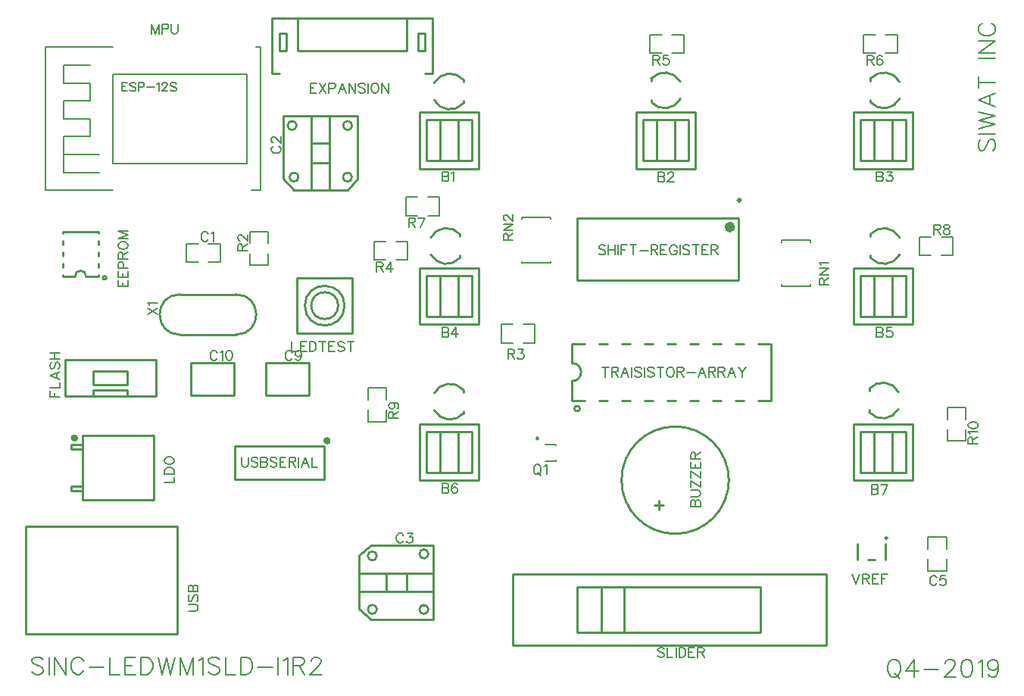
<source format=gto>
G04 Layer: TopSilkLayer*
G04 EasyEDA v6.2.46, 2019-11-10T21:10:00+07:00*
G04 036f7757b27e478886c894ae7df38c4b,e5c1abbfa1e54b71a98531a1dec44753,10*
G04 Gerber Generator version 0.2*
G04 Scale: 100 percent, Rotated: No, Reflected: No *
G04 Dimensions in millimeters *
G04 leading zeros omitted , absolute positions ,3 integer and 3 decimal *
%FSLAX33Y33*%
%MOMM*%
G90*
G71D02*

%ADD10C,0.254000*%
%ADD12C,0.599999*%
%ADD35C,0.199898*%
%ADD36C,0.200660*%
%ADD37C,0.152258*%
%ADD38C,0.200000*%
%ADD39C,0.248920*%
%ADD40C,0.299999*%
%ADD41C,0.399999*%
%ADD42C,0.203200*%
%ADD43C,0.152400*%
%ADD44C,0.177800*%

%LPD*%
G54D35*
G01X20747Y47098D02*
G01X22067Y47098D01*
G01X22067Y49168D01*
G01X20747Y49168D01*
G01X19615Y47098D02*
G01X18295Y47098D01*
G01X18295Y49168D01*
G01X19615Y49168D01*
G54D10*
G01X27151Y35876D02*
G01X32001Y35876D01*
G01X32001Y35871D02*
G01X32001Y32170D01*
G01X31998Y32171D02*
G01X27148Y32171D01*
G01X27148Y32176D02*
G01X27148Y35877D01*
G01X18769Y35876D02*
G01X23619Y35876D01*
G01X23619Y35871D02*
G01X23619Y32170D01*
G01X23616Y32171D02*
G01X18766Y32171D01*
G01X18766Y32176D02*
G01X18766Y35877D01*
G54D35*
G01X27450Y49195D02*
G01X27450Y50515D01*
G01X25380Y50515D01*
G01X25380Y49195D01*
G01X27450Y48063D02*
G01X27450Y46743D01*
G01X25380Y46743D01*
G01X25380Y48063D01*
G54D10*
G01X23850Y43485D02*
G01X17551Y43485D01*
G01X23850Y38990D02*
G01X17551Y38990D01*
G54D36*
G01X59573Y24980D02*
G01X59573Y24831D01*
G01X58447Y24831D01*
G01X58447Y26730D02*
G01X59573Y26730D01*
G01X59573Y26581D01*
G54D37*
G01X88082Y49575D02*
G01X88082Y49339D01*
G01X88082Y44655D02*
G01X88082Y44419D01*
G01X88082Y44419D02*
G01X84836Y44419D01*
G01X84836Y49575D02*
G01X84836Y49339D01*
G01X84836Y44655D02*
G01X84836Y44419D01*
G01X88082Y49575D02*
G01X84836Y49575D01*
G01X55753Y46979D02*
G01X55753Y47216D01*
G01X55753Y51899D02*
G01X55753Y52136D01*
G01X55753Y52136D02*
G01X58999Y52136D01*
G01X58999Y46979D02*
G01X58999Y47216D01*
G01X58999Y51899D02*
G01X58999Y52136D01*
G01X55753Y46979D02*
G01X58999Y46979D01*
G54D35*
G01X54817Y40150D02*
G01X53497Y40150D01*
G01X53497Y38080D01*
G01X54817Y38080D01*
G01X55949Y40150D02*
G01X57269Y40150D01*
G01X57269Y38080D01*
G01X55949Y38080D01*
G54D10*
G01X36267Y55130D02*
G01X30267Y55130D01*
G01X29117Y56438D02*
G01X29117Y63439D01*
G01X29117Y63439D02*
G01X37418Y63439D01*
G01X37418Y56438D02*
G01X37418Y63439D01*
G01X36277Y55130D02*
G01X37418Y56438D01*
G01X30267Y55130D02*
G01X29117Y56428D01*
G01X34268Y55138D02*
G01X34268Y63439D01*
G01X32266Y55138D02*
G01X32266Y63439D01*
G01X34268Y58199D02*
G01X32277Y58199D01*
G01X34258Y60429D02*
G01X32266Y60429D01*
G01X37604Y8309D02*
G01X37604Y14309D01*
G01X38912Y15459D02*
G01X45913Y15459D01*
G01X45913Y15459D02*
G01X45913Y7158D01*
G01X38912Y7158D02*
G01X45913Y7158D01*
G01X37604Y8299D02*
G01X38912Y7158D01*
G01X37604Y14309D02*
G01X38902Y15459D01*
G01X37612Y10308D02*
G01X45913Y10308D01*
G01X37612Y12310D02*
G01X45913Y12310D01*
G01X40673Y10308D02*
G01X40673Y12299D01*
G01X42903Y10318D02*
G01X42903Y12310D01*
G54D35*
G01X40593Y49421D02*
G01X39273Y49421D01*
G01X39273Y47351D01*
G01X40593Y47351D01*
G01X41725Y49421D02*
G01X43045Y49421D01*
G01X43045Y47351D01*
G01X41725Y47351D01*
G01X71454Y72535D02*
G01X70134Y72535D01*
G01X70134Y70465D01*
G01X71454Y70465D01*
G01X72586Y72535D02*
G01X73906Y72535D01*
G01X73906Y70465D01*
G01X72586Y70465D01*
G01X95330Y72535D02*
G01X94010Y72535D01*
G01X94010Y70465D01*
G01X95330Y70465D01*
G01X96462Y72535D02*
G01X97782Y72535D01*
G01X97782Y70465D01*
G01X96462Y70465D01*
G01X44149Y54374D02*
G01X42829Y54374D01*
G01X42829Y52304D01*
G01X44149Y52304D01*
G01X45281Y54374D02*
G01X46601Y54374D01*
G01X46601Y52304D01*
G01X45281Y52304D01*
G01X102662Y47860D02*
G01X103982Y47860D01*
G01X103982Y49930D01*
G01X102662Y49930D01*
G01X101530Y47860D02*
G01X100210Y47860D01*
G01X100210Y49930D01*
G01X101530Y49930D01*
G01X38589Y30560D02*
G01X38589Y29240D01*
G01X40659Y29240D01*
G01X40659Y30560D01*
G01X38589Y31692D02*
G01X38589Y33012D01*
G01X40659Y33012D01*
G01X40659Y31692D01*
G01X103359Y28401D02*
G01X103359Y27081D01*
G01X105429Y27081D01*
G01X105429Y28401D01*
G01X103359Y29533D02*
G01X103359Y30853D01*
G01X105429Y30853D01*
G01X105429Y29533D01*
G54D10*
G01X49251Y64844D02*
G01X49251Y65116D01*
G01X49251Y67217D02*
G01X49251Y67489D01*
G01X70255Y67616D02*
G01X70255Y67344D01*
G01X70255Y65243D02*
G01X70255Y64971D01*
G01X94766Y67616D02*
G01X94766Y67344D01*
G01X94766Y65243D02*
G01X94766Y64971D01*
G01X48870Y47572D02*
G01X48870Y47844D01*
G01X48870Y49945D02*
G01X48870Y50217D01*
G01X94766Y50217D02*
G01X94766Y49945D01*
G01X94766Y47844D02*
G01X94766Y47572D01*
G01X49251Y30173D02*
G01X49251Y30445D01*
G01X49251Y32546D02*
G01X49251Y32818D01*
G01X94639Y32945D02*
G01X94639Y32673D01*
G01X94639Y30572D02*
G01X94639Y30300D01*
G01X7874Y32131D02*
G01X7874Y32766D01*
G01X11684Y32766D01*
G01X11684Y32131D01*
G01X14859Y32131D01*
G01X14859Y36195D01*
G01X4699Y36195D01*
G01X4699Y32131D01*
G01X7874Y32131D01*
G01X11684Y32131D01*
G01X11684Y33401D02*
G01X11684Y34925D01*
G01X7874Y34925D01*
G01X7874Y33401D01*
G01X11684Y33401D01*
G01X48641Y62992D02*
G01X48641Y58420D01*
G01X46609Y62992D02*
G01X46609Y58420D01*
G01X45085Y62992D02*
G01X50165Y62992D01*
G01X50165Y58420D01*
G01X45085Y58420D01*
G01X45085Y62992D01*
G01X50925Y57555D02*
G01X44324Y57555D01*
G01X44324Y57555D02*
G01X44324Y63855D01*
G01X50925Y63856D02*
G01X50925Y57555D01*
G01X44324Y63856D02*
G01X50925Y63855D01*
G01X72929Y62992D02*
G01X72929Y58420D01*
G01X70897Y62992D02*
G01X70897Y58420D01*
G01X69373Y62992D02*
G01X74453Y62992D01*
G01X74453Y58420D01*
G01X69373Y58420D01*
G01X69373Y62992D01*
G01X75213Y57555D02*
G01X68613Y57555D01*
G01X68613Y57555D02*
G01X68613Y63855D01*
G01X75213Y63856D02*
G01X75213Y57555D01*
G01X68613Y63856D02*
G01X75213Y63855D01*
G01X97218Y62992D02*
G01X97218Y58420D01*
G01X95186Y62992D02*
G01X95186Y58420D01*
G01X93662Y62992D02*
G01X98742Y62992D01*
G01X98742Y58420D01*
G01X93662Y58420D01*
G01X93662Y62992D01*
G01X99502Y57555D02*
G01X92902Y57555D01*
G01X92902Y57555D02*
G01X92902Y63855D01*
G01X99502Y63856D02*
G01X99502Y57555D01*
G01X92902Y63856D02*
G01X99502Y63855D01*
G01X48641Y45561D02*
G01X48641Y40989D01*
G01X46609Y45561D02*
G01X46609Y40989D01*
G01X45085Y45561D02*
G01X50165Y45561D01*
G01X50165Y40989D01*
G01X45085Y40989D01*
G01X45085Y45561D01*
G01X50925Y40125D02*
G01X44324Y40125D01*
G01X44324Y40125D02*
G01X44324Y46425D01*
G01X50925Y46425D02*
G01X50925Y40125D01*
G01X44324Y46425D02*
G01X50925Y46425D01*
G01X97218Y28130D02*
G01X97218Y23558D01*
G01X95186Y28130D02*
G01X95186Y23558D01*
G01X93662Y28130D02*
G01X98742Y28130D01*
G01X98742Y23558D01*
G01X93662Y23558D01*
G01X93662Y28130D01*
G01X99502Y22694D02*
G01X92902Y22694D01*
G01X92902Y22694D02*
G01X92902Y28994D01*
G01X99502Y28994D02*
G01X99502Y22694D01*
G01X92902Y28994D02*
G01X99502Y28994D01*
G01X48641Y28130D02*
G01X48641Y23558D01*
G01X46609Y28130D02*
G01X46609Y23558D01*
G01X45085Y28130D02*
G01X50165Y28130D01*
G01X50165Y23558D01*
G01X45085Y23558D01*
G01X45085Y28130D01*
G01X50925Y22694D02*
G01X44324Y22694D01*
G01X44324Y22694D02*
G01X44324Y28994D01*
G01X50925Y28994D02*
G01X50925Y22694D01*
G01X44324Y28994D02*
G01X50925Y28994D01*
G01X97218Y45561D02*
G01X97218Y40989D01*
G01X95186Y45561D02*
G01X95186Y40989D01*
G01X93662Y45561D02*
G01X98742Y45561D01*
G01X98742Y40989D01*
G01X93662Y40989D01*
G01X93662Y45561D01*
G01X99502Y40125D02*
G01X92902Y40125D01*
G01X92902Y40125D02*
G01X92902Y46425D01*
G01X99502Y46425D02*
G01X99502Y40125D01*
G01X92902Y46425D02*
G01X99502Y46425D01*
G01X61417Y35796D02*
G01X61416Y37996D01*
G01X79697Y31598D02*
G01X80576Y31598D01*
G01X77157Y31598D02*
G01X78036Y31598D01*
G01X74617Y31598D02*
G01X75496Y31598D01*
G01X72077Y31598D02*
G01X72956Y31598D01*
G01X69537Y31598D02*
G01X70416Y31598D01*
G01X66997Y31598D02*
G01X67876Y31598D01*
G01X64457Y31598D02*
G01X65336Y31598D01*
G01X62516Y31598D02*
G01X62796Y31598D01*
G01X82236Y37996D02*
G01X82517Y37996D01*
G01X79696Y37996D02*
G01X80577Y37996D01*
G01X77156Y37996D02*
G01X78037Y37996D01*
G01X74616Y37996D02*
G01X75497Y37996D01*
G01X72076Y37996D02*
G01X72957Y37996D01*
G01X69536Y37996D02*
G01X70417Y37996D01*
G01X66996Y37996D02*
G01X67877Y37996D01*
G01X64456Y37996D02*
G01X65337Y37996D01*
G01X62516Y37996D02*
G01X62797Y37996D01*
G01X61417Y31598D02*
G01X61416Y33798D01*
G01X83616Y31598D02*
G01X83617Y37997D01*
G01X82237Y31598D02*
G01X82517Y31598D01*
G01X61416Y37996D02*
G01X62797Y37996D01*
G01X64456Y37996D02*
G01X65337Y37996D01*
G01X66996Y37996D02*
G01X67877Y37996D01*
G01X69536Y37996D02*
G01X70417Y37996D01*
G01X72076Y37996D02*
G01X72957Y37996D01*
G01X74616Y37996D02*
G01X75497Y37996D01*
G01X77156Y37996D02*
G01X78037Y37996D01*
G01X79696Y37996D02*
G01X80577Y37996D01*
G01X82236Y37996D02*
G01X83516Y37996D01*
G01X61417Y31598D02*
G01X62796Y31598D01*
G01X64457Y31598D02*
G01X65336Y31598D01*
G01X66997Y31598D02*
G01X67876Y31598D01*
G01X69537Y31598D02*
G01X70416Y31598D01*
G01X72077Y31598D02*
G01X72956Y31598D01*
G01X74617Y31598D02*
G01X75496Y31598D01*
G01X77157Y31598D02*
G01X78036Y31598D01*
G01X79697Y31598D02*
G01X80576Y31598D01*
G01X82237Y31598D02*
G01X83616Y31598D01*
G01X30653Y45332D02*
G01X36853Y45332D01*
G01X36853Y39132D01*
G01X30653Y39132D01*
G01X30653Y45332D01*
G01X8476Y45506D02*
G01X8476Y45650D01*
G01X8476Y46551D02*
G01X8476Y46920D01*
G01X4477Y45506D02*
G01X4477Y45650D01*
G01X4477Y46551D02*
G01X4477Y46920D01*
G01X4477Y47821D02*
G01X4477Y48190D01*
G01X4477Y49091D02*
G01X4477Y49460D01*
G01X7056Y45506D02*
G01X8476Y45506D01*
G01X8476Y47821D02*
G01X8476Y48190D01*
G01X8476Y49091D02*
G01X8476Y49460D01*
G01X8476Y50361D02*
G01X8476Y50505D01*
G01X4477Y45506D02*
G01X5877Y45506D01*
G01X4476Y50505D02*
G01X8476Y50505D01*
G01X4476Y50361D02*
G01X4476Y50505D01*
G01X80043Y46021D02*
G01X80043Y45093D01*
G01X61942Y45093D01*
G01X61942Y52021D01*
G01X80043Y52021D01*
G01X80043Y46021D01*
G01X33677Y23238D02*
G01X33677Y26492D01*
G01X23726Y26492D01*
G01X23726Y22809D01*
G01X33677Y22809D01*
G01X33677Y23238D01*
G01X14626Y27703D02*
G01X6676Y27703D01*
G01X6676Y20556D01*
G01X14626Y20556D01*
G01X14626Y27703D01*
G01X6676Y26729D02*
G01X5376Y26729D01*
G01X5376Y26230D01*
G01X6676Y26230D01*
G01X6680Y22007D02*
G01X5380Y22007D01*
G01X5380Y21507D01*
G01X6680Y21507D01*
G54D38*
G01X26563Y69088D02*
G01X26563Y57150D01*
G01X26565Y55130D02*
G01X26565Y57132D01*
G01X26563Y71122D02*
G01X26563Y69123D01*
G01X26563Y71122D02*
G01X26062Y71122D01*
G01X26565Y55130D02*
G01X25565Y55130D01*
G01X10063Y55123D02*
G01X2562Y55123D01*
G01X2562Y71122D01*
G01X10063Y71122D01*
G01X7564Y69123D02*
G01X4564Y69123D01*
G01X4564Y67122D01*
G01X7564Y67122D01*
G01X7564Y65123D01*
G01X4564Y65123D01*
G01X4564Y63124D01*
G01X7564Y63124D01*
G01X7564Y61122D01*
G01X4564Y61122D01*
G01X4564Y57122D01*
G01X8562Y57122D01*
G01X8562Y59123D02*
G01X4564Y59123D01*
G01X10063Y58122D02*
G01X10063Y68122D01*
G01X25064Y68122D01*
G01X25064Y58122D01*
G01X10063Y58122D01*
G54D10*
G01X71150Y19418D02*
G01X71150Y20434D01*
G01X70642Y19926D02*
G01X71658Y19926D01*
G54D35*
G01X103269Y15032D02*
G01X103269Y16352D01*
G01X101199Y16352D01*
G01X101199Y15032D01*
G01X103269Y13900D02*
G01X103269Y12580D01*
G01X101199Y12580D01*
G01X101199Y13900D01*
G54D10*
G01X93318Y13832D02*
G01X93318Y15631D01*
G01X95268Y13832D02*
G01X94468Y13832D01*
G01X96418Y13832D02*
G01X96418Y15631D01*
G01X17308Y17556D02*
G01X17308Y5556D01*
G01X308Y5556D01*
G01X308Y17556D01*
G01X17308Y17556D01*
G01X29465Y70739D02*
G01X28703Y70739D01*
G01X28703Y72644D01*
G01X29465Y72644D01*
G01X29465Y70739D01*
G01X44943Y70739D02*
G01X44181Y70739D01*
G01X44181Y72644D01*
G01X44943Y72644D01*
G01X44943Y70739D01*
G01X42914Y74398D02*
G01X42914Y70739D01*
G01X30735Y70739D01*
G01X30730Y74398D01*
G01X45831Y68199D02*
G01X44943Y68199D01*
G01X45831Y68199D02*
G01X45831Y74398D01*
G01X45831Y74398D02*
G01X27831Y74398D01*
G01X28703Y68199D02*
G01X27814Y68199D01*
G01X27814Y74398D01*
G01X54737Y4255D02*
G01X54737Y12255D01*
G01X54737Y4255D02*
G01X89789Y4255D01*
G01X89789Y12192D01*
G01X54737Y12192D01*
G01X82423Y5715D02*
G01X61976Y5715D01*
G01X61976Y10795D01*
G01X82423Y10795D01*
G01X82423Y5715D01*
G01X67183Y10668D02*
G01X67183Y5842D01*
G01X64643Y5842D02*
G01X64643Y10668D01*
G01X64516Y10795D01*
G54D42*
G01X2308Y2659D02*
G01X2123Y2844D01*
G01X1846Y2936D01*
G01X1478Y2936D01*
G01X1201Y2844D01*
G01X1016Y2659D01*
G01X1016Y2476D01*
G01X1107Y2291D01*
G01X1201Y2197D01*
G01X1384Y2105D01*
G01X1940Y1920D01*
G01X2123Y1828D01*
G01X2217Y1737D01*
G01X2308Y1551D01*
G01X2308Y1275D01*
G01X2123Y1089D01*
G01X1846Y998D01*
G01X1478Y998D01*
G01X1201Y1089D01*
G01X1016Y1275D01*
G01X2918Y2936D02*
G01X2918Y998D01*
G01X3528Y2936D02*
G01X3528Y998D01*
G01X3528Y2936D02*
G01X4820Y998D01*
G01X4820Y2936D02*
G01X4820Y998D01*
G01X6817Y2476D02*
G01X6723Y2659D01*
G01X6540Y2844D01*
G01X6355Y2936D01*
G01X5984Y2936D01*
G01X5801Y2844D01*
G01X5615Y2659D01*
G01X5524Y2476D01*
G01X5430Y2197D01*
G01X5430Y1737D01*
G01X5524Y1460D01*
G01X5615Y1275D01*
G01X5801Y1089D01*
G01X5984Y998D01*
G01X6355Y998D01*
G01X6540Y1089D01*
G01X6723Y1275D01*
G01X6817Y1460D01*
G01X7426Y1828D02*
G01X9088Y1828D01*
G01X9697Y2936D02*
G01X9697Y998D01*
G01X9697Y998D02*
G01X10807Y998D01*
G01X11417Y2936D02*
G01X11417Y998D01*
G01X11417Y2936D02*
G01X12616Y2936D01*
G01X11417Y2014D02*
G01X12153Y2014D01*
G01X11417Y998D02*
G01X12616Y998D01*
G01X13225Y2936D02*
G01X13225Y998D01*
G01X13225Y2936D02*
G01X13873Y2936D01*
G01X14150Y2844D01*
G01X14335Y2659D01*
G01X14427Y2476D01*
G01X14518Y2197D01*
G01X14518Y1737D01*
G01X14427Y1460D01*
G01X14335Y1275D01*
G01X14150Y1089D01*
G01X13873Y998D01*
G01X13225Y998D01*
G01X15128Y2936D02*
G01X15590Y998D01*
G01X16052Y2936D02*
G01X15590Y998D01*
G01X16052Y2936D02*
G01X16515Y998D01*
G01X16977Y2936D02*
G01X16515Y998D01*
G01X17586Y2936D02*
G01X17586Y998D01*
G01X17586Y2936D02*
G01X18326Y998D01*
G01X19062Y2936D02*
G01X18326Y998D01*
G01X19062Y2936D02*
G01X19062Y998D01*
G01X19672Y2567D02*
G01X19857Y2659D01*
G01X20134Y2936D01*
G01X20134Y998D01*
G01X22037Y2659D02*
G01X21854Y2844D01*
G01X21577Y2936D01*
G01X21206Y2936D01*
G01X20929Y2844D01*
G01X20744Y2659D01*
G01X20744Y2476D01*
G01X20838Y2291D01*
G01X20929Y2197D01*
G01X21115Y2105D01*
G01X21668Y1920D01*
G01X21854Y1828D01*
G01X21945Y1737D01*
G01X22037Y1551D01*
G01X22037Y1275D01*
G01X21854Y1089D01*
G01X21577Y998D01*
G01X21206Y998D01*
G01X20929Y1089D01*
G01X20744Y1275D01*
G01X22646Y2936D02*
G01X22646Y998D01*
G01X22646Y998D02*
G01X23756Y998D01*
G01X24366Y2936D02*
G01X24366Y998D01*
G01X24366Y2936D02*
G01X25011Y2936D01*
G01X25288Y2844D01*
G01X25473Y2659D01*
G01X25565Y2476D01*
G01X25659Y2197D01*
G01X25659Y1737D01*
G01X25565Y1460D01*
G01X25473Y1275D01*
G01X25288Y1089D01*
G01X25011Y998D01*
G01X24366Y998D01*
G01X26268Y1828D02*
G01X27929Y1828D01*
G01X28539Y2936D02*
G01X28539Y998D01*
G01X29149Y2567D02*
G01X29334Y2659D01*
G01X29611Y2936D01*
G01X29611Y998D01*
G01X30220Y2936D02*
G01X30220Y998D01*
G01X30220Y2936D02*
G01X31051Y2936D01*
G01X31330Y2844D01*
G01X31422Y2753D01*
G01X31513Y2567D01*
G01X31513Y2382D01*
G01X31422Y2197D01*
G01X31330Y2105D01*
G01X31051Y2014D01*
G01X30220Y2014D01*
G01X30868Y2014D02*
G01X31513Y998D01*
G01X32217Y2476D02*
G01X32217Y2567D01*
G01X32308Y2753D01*
G01X32400Y2844D01*
G01X32585Y2936D01*
G01X32956Y2936D01*
G01X33139Y2844D01*
G01X33233Y2753D01*
G01X33324Y2567D01*
G01X33324Y2382D01*
G01X33233Y2197D01*
G01X33047Y1920D01*
G01X32123Y998D01*
G01X33416Y998D01*
G01X97200Y2666D02*
G01X97015Y2575D01*
G01X96832Y2390D01*
G01X96738Y2207D01*
G01X96647Y1927D01*
G01X96647Y1468D01*
G01X96738Y1191D01*
G01X96832Y1005D01*
G01X97015Y820D01*
G01X97200Y728D01*
G01X97571Y728D01*
G01X97754Y820D01*
G01X97939Y1005D01*
G01X98031Y1191D01*
G01X98125Y1468D01*
G01X98125Y1927D01*
G01X98031Y2207D01*
G01X97939Y2390D01*
G01X97754Y2575D01*
G01X97571Y2666D01*
G01X97200Y2666D01*
G01X97477Y1097D02*
G01X98031Y543D01*
G01X99656Y2666D02*
G01X98734Y1374D01*
G01X100119Y1374D01*
G01X99656Y2666D02*
G01X99656Y728D01*
G01X100728Y1559D02*
G01X102392Y1559D01*
G01X103093Y2207D02*
G01X103093Y2298D01*
G01X103187Y2484D01*
G01X103278Y2575D01*
G01X103464Y2666D01*
G01X103832Y2666D01*
G01X104018Y2575D01*
G01X104109Y2484D01*
G01X104203Y2298D01*
G01X104203Y2113D01*
G01X104109Y1927D01*
G01X103924Y1650D01*
G01X103002Y728D01*
G01X104294Y728D01*
G01X105458Y2666D02*
G01X105181Y2575D01*
G01X104995Y2298D01*
G01X104904Y1836D01*
G01X104904Y1559D01*
G01X104995Y1097D01*
G01X105181Y820D01*
G01X105458Y728D01*
G01X105643Y728D01*
G01X105920Y820D01*
G01X106105Y1097D01*
G01X106197Y1559D01*
G01X106197Y1836D01*
G01X106105Y2298D01*
G01X105920Y2575D01*
G01X105643Y2666D01*
G01X105458Y2666D01*
G01X106807Y2298D02*
G01X106992Y2390D01*
G01X107269Y2666D01*
G01X107269Y728D01*
G01X109080Y2021D02*
G01X108986Y1744D01*
G01X108800Y1559D01*
G01X108524Y1468D01*
G01X108432Y1468D01*
G01X108155Y1559D01*
G01X107970Y1744D01*
G01X107878Y2021D01*
G01X107878Y2113D01*
G01X107970Y2390D01*
G01X108155Y2575D01*
G01X108432Y2666D01*
G01X108524Y2666D01*
G01X108800Y2575D01*
G01X108986Y2390D01*
G01X109080Y2021D01*
G01X109080Y1559D01*
G01X108986Y1097D01*
G01X108800Y820D01*
G01X108524Y728D01*
G01X108341Y728D01*
G01X108064Y820D01*
G01X107970Y1005D01*
G01X107083Y60799D02*
G01X106898Y60614D01*
G01X106807Y60337D01*
G01X106807Y59969D01*
G01X106898Y59692D01*
G01X107083Y59507D01*
G01X107266Y59507D01*
G01X107452Y59598D01*
G01X107546Y59692D01*
G01X107637Y59875D01*
G01X107823Y60431D01*
G01X107914Y60614D01*
G01X108005Y60708D01*
G01X108191Y60799D01*
G01X108468Y60799D01*
G01X108653Y60614D01*
G01X108745Y60337D01*
G01X108745Y59969D01*
G01X108653Y59692D01*
G01X108468Y59507D01*
G01X106807Y61409D02*
G01X108745Y61409D01*
G01X106807Y62019D02*
G01X108745Y62481D01*
G01X106807Y62943D02*
G01X108745Y62481D01*
G01X106807Y62943D02*
G01X108745Y63406D01*
G01X106807Y63865D02*
G01X108745Y63406D01*
G01X106807Y65214D02*
G01X108745Y64475D01*
G01X106807Y65214D02*
G01X108745Y65953D01*
G01X108099Y64752D02*
G01X108099Y65676D01*
G01X106807Y67210D02*
G01X108745Y67210D01*
G01X106807Y66563D02*
G01X106807Y67856D01*
G01X106807Y69888D02*
G01X108745Y69888D01*
G01X106807Y70497D02*
G01X108745Y70497D01*
G01X106807Y70497D02*
G01X108745Y71790D01*
G01X106807Y71790D02*
G01X108745Y71790D01*
G01X107266Y73787D02*
G01X107083Y73693D01*
G01X106898Y73510D01*
G01X106807Y73324D01*
G01X106807Y72956D01*
G01X106898Y72771D01*
G01X107083Y72585D01*
G01X107266Y72494D01*
G01X107546Y72400D01*
G01X108005Y72400D01*
G01X108282Y72494D01*
G01X108468Y72585D01*
G01X108653Y72771D01*
G01X108745Y72956D01*
G01X108745Y73324D01*
G01X108653Y73510D01*
G01X108468Y73693D01*
G01X108282Y73787D01*
G54D43*
G01X20718Y50254D02*
G01X20665Y50358D01*
G01X20561Y50462D01*
G01X20459Y50513D01*
G01X20251Y50513D01*
G01X20147Y50462D01*
G01X20042Y50358D01*
G01X19989Y50254D01*
G01X19938Y50096D01*
G01X19938Y49837D01*
G01X19989Y49682D01*
G01X20042Y49578D01*
G01X20147Y49474D01*
G01X20251Y49421D01*
G01X20459Y49421D01*
G01X20561Y49474D01*
G01X20665Y49578D01*
G01X20718Y49682D01*
G01X21061Y50304D02*
G01X21165Y50358D01*
G01X21320Y50513D01*
G01X21320Y49421D01*
G01X30116Y36962D02*
G01X30063Y37066D01*
G01X29959Y37170D01*
G01X29857Y37221D01*
G01X29649Y37221D01*
G01X29545Y37170D01*
G01X29441Y37066D01*
G01X29387Y36962D01*
G01X29337Y36807D01*
G01X29337Y36545D01*
G01X29387Y36390D01*
G01X29441Y36286D01*
G01X29545Y36182D01*
G01X29649Y36131D01*
G01X29857Y36131D01*
G01X29959Y36182D01*
G01X30063Y36286D01*
G01X30116Y36390D01*
G01X31135Y36857D02*
G01X31081Y36703D01*
G01X30977Y36598D01*
G01X30822Y36545D01*
G01X30772Y36545D01*
G01X30614Y36598D01*
G01X30510Y36703D01*
G01X30459Y36857D01*
G01X30459Y36911D01*
G01X30510Y37066D01*
G01X30614Y37170D01*
G01X30772Y37221D01*
G01X30822Y37221D01*
G01X30977Y37170D01*
G01X31081Y37066D01*
G01X31135Y36857D01*
G01X31135Y36598D01*
G01X31081Y36339D01*
G01X30977Y36182D01*
G01X30822Y36131D01*
G01X30718Y36131D01*
G01X30563Y36182D01*
G01X30510Y36286D01*
G01X21734Y36962D02*
G01X21681Y37066D01*
G01X21577Y37170D01*
G01X21475Y37221D01*
G01X21267Y37221D01*
G01X21163Y37170D01*
G01X21059Y37066D01*
G01X21005Y36962D01*
G01X20955Y36807D01*
G01X20955Y36545D01*
G01X21005Y36390D01*
G01X21059Y36286D01*
G01X21163Y36182D01*
G01X21267Y36131D01*
G01X21475Y36131D01*
G01X21577Y36182D01*
G01X21681Y36286D01*
G01X21734Y36390D01*
G01X22077Y37012D02*
G01X22181Y37066D01*
G01X22336Y37221D01*
G01X22336Y36131D01*
G01X22992Y37221D02*
G01X22834Y37170D01*
G01X22733Y37012D01*
G01X22679Y36753D01*
G01X22679Y36598D01*
G01X22733Y36339D01*
G01X22834Y36182D01*
G01X22992Y36131D01*
G01X23096Y36131D01*
G01X23251Y36182D01*
G01X23355Y36339D01*
G01X23406Y36598D01*
G01X23406Y36753D01*
G01X23355Y37012D01*
G01X23251Y37170D01*
G01X23096Y37221D01*
G01X22992Y37221D01*
G01X24035Y48386D02*
G01X25127Y48386D01*
G01X24035Y48386D02*
G01X24035Y48854D01*
G01X24086Y49009D01*
G01X24139Y49062D01*
G01X24244Y49113D01*
G01X24348Y49113D01*
G01X24452Y49062D01*
G01X24503Y49009D01*
G01X24556Y48854D01*
G01X24556Y48386D01*
G01X24556Y48749D02*
G01X25127Y49113D01*
G01X24294Y49509D02*
G01X24244Y49509D01*
G01X24139Y49560D01*
G01X24086Y49613D01*
G01X24035Y49717D01*
G01X24035Y49923D01*
G01X24086Y50027D01*
G01X24139Y50080D01*
G01X24244Y50131D01*
G01X24348Y50131D01*
G01X24452Y50080D01*
G01X24607Y49976D01*
G01X25127Y49456D01*
G01X25127Y50185D01*
G01X13959Y41237D02*
G01X15049Y41964D01*
G01X13959Y41964D02*
G01X15049Y41237D01*
G01X14165Y42307D02*
G01X14114Y42411D01*
G01X13959Y42568D01*
G01X15049Y42568D01*
G01X57424Y24455D02*
G01X57320Y24401D01*
G01X57216Y24300D01*
G01X57162Y24196D01*
G01X57111Y24038D01*
G01X57111Y23779D01*
G01X57162Y23624D01*
G01X57216Y23520D01*
G01X57320Y23416D01*
G01X57424Y23362D01*
G01X57632Y23362D01*
G01X57734Y23416D01*
G01X57838Y23520D01*
G01X57891Y23624D01*
G01X57942Y23779D01*
G01X57942Y24038D01*
G01X57891Y24196D01*
G01X57838Y24300D01*
G01X57734Y24401D01*
G01X57632Y24455D01*
G01X57424Y24455D01*
G01X57579Y23571D02*
G01X57891Y23258D01*
G01X58285Y24246D02*
G01X58389Y24300D01*
G01X58547Y24455D01*
G01X58547Y23362D01*
G01X89024Y44597D02*
G01X90114Y44597D01*
G01X89024Y44597D02*
G01X89024Y45064D01*
G01X89075Y45219D01*
G01X89128Y45272D01*
G01X89232Y45323D01*
G01X89336Y45323D01*
G01X89441Y45272D01*
G01X89491Y45219D01*
G01X89542Y45064D01*
G01X89542Y44597D01*
G01X89542Y44960D02*
G01X90114Y45323D01*
G01X89024Y45666D02*
G01X90114Y45666D01*
G01X89024Y45666D02*
G01X90114Y46395D01*
G01X89024Y46395D02*
G01X90114Y46395D01*
G01X89232Y46738D02*
G01X89179Y46842D01*
G01X89024Y46997D01*
G01X90114Y46997D01*
G01X53721Y49557D02*
G01X54810Y49557D01*
G01X53721Y49557D02*
G01X53721Y50025D01*
G01X53771Y50180D01*
G01X53825Y50233D01*
G01X53929Y50284D01*
G01X54033Y50284D01*
G01X54137Y50233D01*
G01X54188Y50180D01*
G01X54239Y50025D01*
G01X54239Y49557D01*
G01X54239Y49921D02*
G01X54810Y50284D01*
G01X53721Y50627D02*
G01X54810Y50627D01*
G01X53721Y50627D02*
G01X54810Y51356D01*
G01X53721Y51356D02*
G01X54810Y51356D01*
G01X53980Y51749D02*
G01X53929Y51749D01*
G01X53825Y51803D01*
G01X53771Y51854D01*
G01X53721Y51958D01*
G01X53721Y52166D01*
G01X53771Y52270D01*
G01X53825Y52321D01*
G01X53929Y52374D01*
G01X54033Y52374D01*
G01X54137Y52321D01*
G01X54292Y52217D01*
G01X54810Y51699D01*
G01X54810Y52425D01*
G01X54229Y37337D02*
G01X54229Y36245D01*
G01X54229Y37337D02*
G01X54696Y37337D01*
G01X54851Y37287D01*
G01X54904Y37233D01*
G01X54955Y37129D01*
G01X54955Y37025D01*
G01X54904Y36921D01*
G01X54851Y36870D01*
G01X54696Y36817D01*
G01X54229Y36817D01*
G01X54592Y36817D02*
G01X54955Y36245D01*
G01X55402Y37337D02*
G01X55973Y37337D01*
G01X55664Y36921D01*
G01X55819Y36921D01*
G01X55923Y36870D01*
G01X55973Y36817D01*
G01X56027Y36662D01*
G01X56027Y36558D01*
G01X55973Y36403D01*
G01X55869Y36299D01*
G01X55714Y36245D01*
G01X55559Y36245D01*
G01X55402Y36299D01*
G01X55351Y36349D01*
G01X55298Y36454D01*
G01X28032Y60065D02*
G01X27928Y60012D01*
G01X27824Y59908D01*
G01X27773Y59806D01*
G01X27773Y59598D01*
G01X27824Y59494D01*
G01X27928Y59390D01*
G01X28032Y59336D01*
G01X28187Y59286D01*
G01X28446Y59286D01*
G01X28604Y59336D01*
G01X28708Y59390D01*
G01X28812Y59494D01*
G01X28863Y59598D01*
G01X28863Y59806D01*
G01X28812Y59908D01*
G01X28708Y60012D01*
G01X28604Y60065D01*
G01X28032Y60459D02*
G01X27979Y60459D01*
G01X27875Y60512D01*
G01X27824Y60563D01*
G01X27773Y60667D01*
G01X27773Y60876D01*
G01X27824Y60980D01*
G01X27875Y61031D01*
G01X27979Y61084D01*
G01X28083Y61084D01*
G01X28187Y61031D01*
G01X28345Y60926D01*
G01X28863Y60408D01*
G01X28863Y61135D01*
G01X42539Y16544D02*
G01X42486Y16648D01*
G01X42382Y16752D01*
G01X42280Y16803D01*
G01X42072Y16803D01*
G01X41968Y16752D01*
G01X41864Y16648D01*
G01X41810Y16544D01*
G01X41760Y16389D01*
G01X41760Y16130D01*
G01X41810Y15972D01*
G01X41864Y15868D01*
G01X41968Y15764D01*
G01X42072Y15713D01*
G01X42280Y15713D01*
G01X42382Y15764D01*
G01X42486Y15868D01*
G01X42539Y15972D01*
G01X42986Y16803D02*
G01X43558Y16803D01*
G01X43246Y16389D01*
G01X43400Y16389D01*
G01X43505Y16336D01*
G01X43558Y16285D01*
G01X43609Y16130D01*
G01X43609Y16026D01*
G01X43558Y15868D01*
G01X43454Y15764D01*
G01X43296Y15713D01*
G01X43141Y15713D01*
G01X42986Y15764D01*
G01X42933Y15817D01*
G01X42882Y15921D01*
G01X39553Y47098D02*
G01X39553Y46006D01*
G01X39553Y47098D02*
G01X40020Y47098D01*
G01X40175Y47048D01*
G01X40228Y46994D01*
G01X40279Y46890D01*
G01X40279Y46786D01*
G01X40228Y46682D01*
G01X40175Y46631D01*
G01X40020Y46578D01*
G01X39553Y46578D01*
G01X39916Y46578D02*
G01X40279Y46006D01*
G01X41143Y47098D02*
G01X40622Y46372D01*
G01X41402Y46372D01*
G01X41143Y47098D02*
G01X41143Y46006D01*
G01X70464Y70212D02*
G01X70464Y69120D01*
G01X70464Y70212D02*
G01X70932Y70212D01*
G01X71087Y70162D01*
G01X71140Y70108D01*
G01X71191Y70004D01*
G01X71191Y69900D01*
G01X71140Y69796D01*
G01X71087Y69745D01*
G01X70932Y69692D01*
G01X70464Y69692D01*
G01X70828Y69692D02*
G01X71191Y69120D01*
G01X72159Y70212D02*
G01X71638Y70212D01*
G01X71587Y69745D01*
G01X71638Y69796D01*
G01X71795Y69849D01*
G01X71950Y69849D01*
G01X72105Y69796D01*
G01X72209Y69692D01*
G01X72263Y69537D01*
G01X72263Y69433D01*
G01X72209Y69278D01*
G01X72105Y69174D01*
G01X71950Y69120D01*
G01X71795Y69120D01*
G01X71638Y69174D01*
G01X71587Y69224D01*
G01X71534Y69329D01*
G01X94394Y70212D02*
G01X94394Y69120D01*
G01X94394Y70212D02*
G01X94861Y70212D01*
G01X95016Y70162D01*
G01X95069Y70108D01*
G01X95120Y70004D01*
G01X95120Y69900D01*
G01X95069Y69796D01*
G01X95016Y69745D01*
G01X94861Y69692D01*
G01X94394Y69692D01*
G01X94757Y69692D02*
G01X95120Y69120D01*
G01X96088Y70058D02*
G01X96035Y70162D01*
G01X95880Y70212D01*
G01X95775Y70212D01*
G01X95621Y70162D01*
G01X95516Y70004D01*
G01X95463Y69745D01*
G01X95463Y69486D01*
G01X95516Y69278D01*
G01X95621Y69174D01*
G01X95775Y69120D01*
G01X95829Y69120D01*
G01X95984Y69174D01*
G01X96088Y69278D01*
G01X96139Y69433D01*
G01X96139Y69486D01*
G01X96088Y69641D01*
G01X95984Y69745D01*
G01X95829Y69796D01*
G01X95775Y69796D01*
G01X95621Y69745D01*
G01X95516Y69641D01*
G01X95463Y69486D01*
G01X43159Y52051D02*
G01X43159Y50959D01*
G01X43159Y52051D02*
G01X43627Y52051D01*
G01X43782Y52001D01*
G01X43835Y51947D01*
G01X43886Y51843D01*
G01X43886Y51739D01*
G01X43835Y51635D01*
G01X43782Y51584D01*
G01X43627Y51531D01*
G01X43159Y51531D01*
G01X43523Y51531D02*
G01X43886Y50959D01*
G01X44958Y52051D02*
G01X44437Y50959D01*
G01X44229Y52051D02*
G01X44958Y52051D01*
G01X101853Y51275D02*
G01X101853Y50183D01*
G01X101853Y51275D02*
G01X102321Y51275D01*
G01X102476Y51224D01*
G01X102529Y51171D01*
G01X102580Y51066D01*
G01X102580Y50962D01*
G01X102529Y50858D01*
G01X102476Y50807D01*
G01X102321Y50754D01*
G01X101853Y50754D01*
G01X102216Y50754D02*
G01X102580Y50183D01*
G01X103184Y51275D02*
G01X103027Y51224D01*
G01X102976Y51120D01*
G01X102976Y51016D01*
G01X103027Y50912D01*
G01X103131Y50858D01*
G01X103339Y50807D01*
G01X103494Y50754D01*
G01X103598Y50652D01*
G01X103652Y50548D01*
G01X103652Y50391D01*
G01X103598Y50287D01*
G01X103547Y50236D01*
G01X103390Y50183D01*
G01X103184Y50183D01*
G01X103027Y50236D01*
G01X102976Y50287D01*
G01X102923Y50391D01*
G01X102923Y50548D01*
G01X102976Y50652D01*
G01X103080Y50754D01*
G01X103235Y50807D01*
G01X103443Y50858D01*
G01X103547Y50912D01*
G01X103598Y51016D01*
G01X103598Y51120D01*
G01X103547Y51224D01*
G01X103390Y51275D01*
G01X103184Y51275D01*
G01X40912Y29624D02*
G01X42004Y29624D01*
G01X40912Y29624D02*
G01X40912Y30091D01*
G01X40962Y30246D01*
G01X41016Y30299D01*
G01X41120Y30350D01*
G01X41224Y30350D01*
G01X41328Y30299D01*
G01X41379Y30246D01*
G01X41432Y30091D01*
G01X41432Y29624D01*
G01X41432Y29987D02*
G01X42004Y30350D01*
G01X41275Y31369D02*
G01X41432Y31318D01*
G01X41534Y31214D01*
G01X41587Y31059D01*
G01X41587Y31005D01*
G01X41534Y30851D01*
G01X41432Y30746D01*
G01X41275Y30693D01*
G01X41224Y30693D01*
G01X41066Y30746D01*
G01X40962Y30851D01*
G01X40912Y31005D01*
G01X40912Y31059D01*
G01X40962Y31214D01*
G01X41066Y31318D01*
G01X41275Y31369D01*
G01X41534Y31369D01*
G01X41795Y31318D01*
G01X41950Y31214D01*
G01X42004Y31059D01*
G01X42004Y30955D01*
G01X41950Y30797D01*
G01X41846Y30746D01*
G01X105682Y26809D02*
G01X106774Y26809D01*
G01X105682Y26809D02*
G01X105682Y27277D01*
G01X105732Y27432D01*
G01X105786Y27485D01*
G01X105890Y27536D01*
G01X105994Y27536D01*
G01X106098Y27485D01*
G01X106149Y27432D01*
G01X106202Y27277D01*
G01X106202Y26809D01*
G01X106202Y27173D02*
G01X106774Y27536D01*
G01X105890Y27879D02*
G01X105836Y27983D01*
G01X105682Y28140D01*
G01X106774Y28140D01*
G01X105682Y28793D02*
G01X105732Y28638D01*
G01X105890Y28534D01*
G01X106149Y28483D01*
G01X106304Y28483D01*
G01X106565Y28534D01*
G01X106720Y28638D01*
G01X106774Y28793D01*
G01X106774Y28897D01*
G01X106720Y29055D01*
G01X106565Y29159D01*
G01X106304Y29210D01*
G01X106149Y29210D01*
G01X105890Y29159D01*
G01X105732Y29055D01*
G01X105682Y28897D01*
G01X105682Y28793D01*
G01X3048Y32001D02*
G01X4137Y32001D01*
G01X3048Y32001D02*
G01X3048Y32677D01*
G01X3566Y32001D02*
G01X3566Y32418D01*
G01X3048Y33020D02*
G01X4137Y33020D01*
G01X4137Y33020D02*
G01X4137Y33642D01*
G01X3048Y34401D02*
G01X4137Y33985D01*
G01X3048Y34401D02*
G01X4137Y34818D01*
G01X3774Y34142D02*
G01X3774Y34660D01*
G01X3202Y35887D02*
G01X3098Y35783D01*
G01X3048Y35628D01*
G01X3048Y35420D01*
G01X3098Y35265D01*
G01X3202Y35161D01*
G01X3307Y35161D01*
G01X3411Y35212D01*
G01X3462Y35265D01*
G01X3515Y35366D01*
G01X3619Y35679D01*
G01X3670Y35783D01*
G01X3721Y35836D01*
G01X3825Y35887D01*
G01X3982Y35887D01*
G01X4086Y35783D01*
G01X4137Y35628D01*
G01X4137Y35420D01*
G01X4086Y35265D01*
G01X3982Y35161D01*
G01X3048Y36230D02*
G01X4137Y36230D01*
G01X3048Y36957D02*
G01X4137Y36957D01*
G01X3566Y36230D02*
G01X3566Y36957D01*
G01X46863Y57213D02*
G01X46863Y56121D01*
G01X46863Y57213D02*
G01X47330Y57213D01*
G01X47485Y57160D01*
G01X47538Y57109D01*
G01X47589Y57005D01*
G01X47589Y56901D01*
G01X47538Y56796D01*
G01X47485Y56746D01*
G01X47330Y56692D01*
G01X46863Y56692D02*
G01X47330Y56692D01*
G01X47485Y56642D01*
G01X47538Y56588D01*
G01X47589Y56484D01*
G01X47589Y56329D01*
G01X47538Y56225D01*
G01X47485Y56174D01*
G01X47330Y56121D01*
G01X46863Y56121D01*
G01X47932Y57005D02*
G01X48036Y57056D01*
G01X48193Y57213D01*
G01X48193Y56121D01*
G01X70993Y57150D02*
G01X70993Y56057D01*
G01X70993Y57150D02*
G01X71460Y57150D01*
G01X71615Y57096D01*
G01X71668Y57045D01*
G01X71719Y56941D01*
G01X71719Y56837D01*
G01X71668Y56733D01*
G01X71615Y56682D01*
G01X71460Y56629D01*
G01X70993Y56629D02*
G01X71460Y56629D01*
G01X71615Y56578D01*
G01X71668Y56525D01*
G01X71719Y56421D01*
G01X71719Y56266D01*
G01X71668Y56161D01*
G01X71615Y56111D01*
G01X71460Y56057D01*
G01X70993Y56057D01*
G01X72115Y56888D02*
G01X72115Y56941D01*
G01X72166Y57045D01*
G01X72219Y57096D01*
G01X72323Y57150D01*
G01X72529Y57150D01*
G01X72633Y57096D01*
G01X72687Y57045D01*
G01X72737Y56941D01*
G01X72737Y56837D01*
G01X72687Y56733D01*
G01X72583Y56578D01*
G01X72062Y56057D01*
G01X72791Y56057D01*
G01X95440Y57213D02*
G01X95440Y56121D01*
G01X95440Y57213D02*
G01X95907Y57213D01*
G01X96062Y57160D01*
G01X96116Y57109D01*
G01X96166Y57005D01*
G01X96166Y56901D01*
G01X96116Y56796D01*
G01X96062Y56746D01*
G01X95907Y56692D01*
G01X95440Y56692D02*
G01X95907Y56692D01*
G01X96062Y56642D01*
G01X96116Y56588D01*
G01X96166Y56484D01*
G01X96166Y56329D01*
G01X96116Y56225D01*
G01X96062Y56174D01*
G01X95907Y56121D01*
G01X95440Y56121D01*
G01X96613Y57213D02*
G01X97185Y57213D01*
G01X96875Y56796D01*
G01X97030Y56796D01*
G01X97134Y56746D01*
G01X97185Y56692D01*
G01X97238Y56537D01*
G01X97238Y56433D01*
G01X97185Y56276D01*
G01X97081Y56174D01*
G01X96926Y56121D01*
G01X96771Y56121D01*
G01X96613Y56174D01*
G01X96563Y56225D01*
G01X96509Y56329D01*
G01X46863Y39782D02*
G01X46863Y38690D01*
G01X46863Y39782D02*
G01X47330Y39782D01*
G01X47485Y39729D01*
G01X47538Y39678D01*
G01X47589Y39574D01*
G01X47589Y39470D01*
G01X47538Y39366D01*
G01X47485Y39315D01*
G01X47330Y39262D01*
G01X46863Y39262D02*
G01X47330Y39262D01*
G01X47485Y39211D01*
G01X47538Y39157D01*
G01X47589Y39053D01*
G01X47589Y38898D01*
G01X47538Y38794D01*
G01X47485Y38743D01*
G01X47330Y38690D01*
G01X46863Y38690D01*
G01X48453Y39782D02*
G01X47932Y39053D01*
G01X48712Y39053D01*
G01X48453Y39782D02*
G01X48453Y38690D01*
G01X94869Y22225D02*
G01X94869Y21132D01*
G01X94869Y22225D02*
G01X95336Y22225D01*
G01X95491Y22171D01*
G01X95544Y22120D01*
G01X95595Y22016D01*
G01X95595Y21912D01*
G01X95544Y21808D01*
G01X95491Y21757D01*
G01X95336Y21704D01*
G01X94869Y21704D02*
G01X95336Y21704D01*
G01X95491Y21653D01*
G01X95544Y21600D01*
G01X95595Y21496D01*
G01X95595Y21341D01*
G01X95544Y21236D01*
G01X95491Y21186D01*
G01X95336Y21132D01*
G01X94869Y21132D01*
G01X96667Y22225D02*
G01X96146Y21132D01*
G01X95938Y22225D02*
G01X96667Y22225D01*
G01X46863Y22352D02*
G01X46863Y21259D01*
G01X46863Y22352D02*
G01X47330Y22352D01*
G01X47485Y22298D01*
G01X47538Y22247D01*
G01X47589Y22143D01*
G01X47589Y22039D01*
G01X47538Y21935D01*
G01X47485Y21884D01*
G01X47330Y21831D01*
G01X46863Y21831D02*
G01X47330Y21831D01*
G01X47485Y21780D01*
G01X47538Y21727D01*
G01X47589Y21623D01*
G01X47589Y21468D01*
G01X47538Y21363D01*
G01X47485Y21313D01*
G01X47330Y21259D01*
G01X46863Y21259D01*
G01X48557Y22194D02*
G01X48503Y22298D01*
G01X48348Y22352D01*
G01X48244Y22352D01*
G01X48089Y22298D01*
G01X47985Y22143D01*
G01X47932Y21884D01*
G01X47932Y21623D01*
G01X47985Y21414D01*
G01X48089Y21313D01*
G01X48244Y21259D01*
G01X48298Y21259D01*
G01X48453Y21313D01*
G01X48557Y21414D01*
G01X48607Y21572D01*
G01X48607Y21623D01*
G01X48557Y21780D01*
G01X48453Y21884D01*
G01X48298Y21935D01*
G01X48244Y21935D01*
G01X48089Y21884D01*
G01X47985Y21780D01*
G01X47932Y21623D01*
G01X95440Y39782D02*
G01X95440Y38690D01*
G01X95440Y39782D02*
G01X95907Y39782D01*
G01X96062Y39729D01*
G01X96116Y39678D01*
G01X96166Y39574D01*
G01X96166Y39470D01*
G01X96116Y39366D01*
G01X96062Y39315D01*
G01X95907Y39262D01*
G01X95440Y39262D02*
G01X95907Y39262D01*
G01X96062Y39211D01*
G01X96116Y39157D01*
G01X96166Y39053D01*
G01X96166Y38898D01*
G01X96116Y38794D01*
G01X96062Y38743D01*
G01X95907Y38690D01*
G01X95440Y38690D01*
G01X97134Y39782D02*
G01X96613Y39782D01*
G01X96563Y39315D01*
G01X96613Y39366D01*
G01X96771Y39416D01*
G01X96926Y39416D01*
G01X97081Y39366D01*
G01X97185Y39262D01*
G01X97238Y39107D01*
G01X97238Y39002D01*
G01X97185Y38845D01*
G01X97081Y38743D01*
G01X96926Y38690D01*
G01X96771Y38690D01*
G01X96613Y38743D01*
G01X96563Y38794D01*
G01X96509Y38898D01*
G01X65133Y35344D02*
G01X65133Y34254D01*
G01X64770Y35344D02*
G01X65496Y35344D01*
G01X65839Y35344D02*
G01X65839Y34254D01*
G01X65839Y35344D02*
G01X66306Y35344D01*
G01X66464Y35293D01*
G01X66514Y35240D01*
G01X66568Y35138D01*
G01X66568Y35034D01*
G01X66514Y34930D01*
G01X66464Y34876D01*
G01X66306Y34826D01*
G01X65839Y34826D01*
G01X66205Y34826D02*
G01X66568Y34254D01*
G01X67325Y35344D02*
G01X66911Y34254D01*
G01X67325Y35344D02*
G01X67741Y34254D01*
G01X67066Y34617D02*
G01X67586Y34617D01*
G01X68084Y35344D02*
G01X68084Y34254D01*
G01X69154Y35189D02*
G01X69049Y35293D01*
G01X68894Y35344D01*
G01X68686Y35344D01*
G01X68531Y35293D01*
G01X68427Y35189D01*
G01X68427Y35085D01*
G01X68478Y34981D01*
G01X68531Y34930D01*
G01X68635Y34876D01*
G01X68948Y34772D01*
G01X69049Y34722D01*
G01X69103Y34668D01*
G01X69154Y34567D01*
G01X69154Y34409D01*
G01X69049Y34305D01*
G01X68894Y34254D01*
G01X68686Y34254D01*
G01X68531Y34305D01*
G01X68427Y34409D01*
G01X69496Y35344D02*
G01X69496Y34254D01*
G01X70568Y35189D02*
G01X70464Y35293D01*
G01X70307Y35344D01*
G01X70101Y35344D01*
G01X69943Y35293D01*
G01X69839Y35189D01*
G01X69839Y35085D01*
G01X69893Y34981D01*
G01X69943Y34930D01*
G01X70048Y34876D01*
G01X70360Y34772D01*
G01X70464Y34722D01*
G01X70515Y34668D01*
G01X70568Y34567D01*
G01X70568Y34409D01*
G01X70464Y34305D01*
G01X70307Y34254D01*
G01X70101Y34254D01*
G01X69943Y34305D01*
G01X69839Y34409D01*
G01X71274Y35344D02*
G01X71274Y34254D01*
G01X70911Y35344D02*
G01X71638Y35344D01*
G01X72293Y35344D02*
G01X72189Y35293D01*
G01X72085Y35189D01*
G01X72034Y35085D01*
G01X71981Y34930D01*
G01X71981Y34668D01*
G01X72034Y34513D01*
G01X72085Y34409D01*
G01X72189Y34305D01*
G01X72293Y34254D01*
G01X72501Y34254D01*
G01X72605Y34305D01*
G01X72707Y34409D01*
G01X72760Y34513D01*
G01X72811Y34668D01*
G01X72811Y34930D01*
G01X72760Y35085D01*
G01X72707Y35189D01*
G01X72605Y35293D01*
G01X72501Y35344D01*
G01X72293Y35344D01*
G01X73154Y35344D02*
G01X73154Y34254D01*
G01X73154Y35344D02*
G01X73621Y35344D01*
G01X73779Y35293D01*
G01X73830Y35240D01*
G01X73883Y35138D01*
G01X73883Y35034D01*
G01X73830Y34930D01*
G01X73779Y34876D01*
G01X73621Y34826D01*
G01X73154Y34826D01*
G01X73520Y34826D02*
G01X73883Y34254D01*
G01X74226Y34722D02*
G01X75161Y34722D01*
G01X75920Y35344D02*
G01X75504Y34254D01*
G01X75920Y35344D02*
G01X76334Y34254D01*
G01X75658Y34617D02*
G01X76179Y34617D01*
G01X76677Y35344D02*
G01X76677Y34254D01*
G01X76677Y35344D02*
G01X77144Y35344D01*
G01X77302Y35293D01*
G01X77353Y35240D01*
G01X77406Y35138D01*
G01X77406Y35034D01*
G01X77353Y34930D01*
G01X77302Y34876D01*
G01X77144Y34826D01*
G01X76677Y34826D01*
G01X77040Y34826D02*
G01X77406Y34254D01*
G01X77749Y35344D02*
G01X77749Y34254D01*
G01X77749Y35344D02*
G01X78216Y35344D01*
G01X78371Y35293D01*
G01X78422Y35240D01*
G01X78475Y35138D01*
G01X78475Y35034D01*
G01X78422Y34930D01*
G01X78371Y34876D01*
G01X78216Y34826D01*
G01X77749Y34826D01*
G01X78112Y34826D02*
G01X78475Y34254D01*
G01X79235Y35344D02*
G01X78818Y34254D01*
G01X79235Y35344D02*
G01X79649Y34254D01*
G01X78973Y34617D02*
G01X79494Y34617D01*
G01X79992Y35344D02*
G01X80408Y34826D01*
G01X80408Y34254D01*
G01X80822Y35344D02*
G01X80408Y34826D01*
G01X30070Y38207D02*
G01X30070Y37115D01*
G01X30070Y37115D02*
G01X30692Y37115D01*
G01X31035Y38207D02*
G01X31035Y37115D01*
G01X31035Y38207D02*
G01X31710Y38207D01*
G01X31035Y37686D02*
G01X31451Y37686D01*
G01X31035Y37115D02*
G01X31710Y37115D01*
G01X32053Y38207D02*
G01X32053Y37115D01*
G01X32053Y38207D02*
G01X32419Y38207D01*
G01X32574Y38154D01*
G01X32678Y38052D01*
G01X32729Y37948D01*
G01X32782Y37791D01*
G01X32782Y37531D01*
G01X32729Y37376D01*
G01X32678Y37272D01*
G01X32574Y37168D01*
G01X32419Y37115D01*
G01X32053Y37115D01*
G01X33488Y38207D02*
G01X33488Y37115D01*
G01X33125Y38207D02*
G01X33852Y38207D01*
G01X34195Y38207D02*
G01X34195Y37115D01*
G01X34195Y38207D02*
G01X34870Y38207D01*
G01X34195Y37686D02*
G01X34611Y37686D01*
G01X34195Y37115D02*
G01X34870Y37115D01*
G01X35939Y38052D02*
G01X35835Y38154D01*
G01X35680Y38207D01*
G01X35472Y38207D01*
G01X35317Y38154D01*
G01X35213Y38052D01*
G01X35213Y37948D01*
G01X35264Y37844D01*
G01X35317Y37791D01*
G01X35421Y37740D01*
G01X35734Y37636D01*
G01X35835Y37582D01*
G01X35889Y37531D01*
G01X35939Y37427D01*
G01X35939Y37272D01*
G01X35835Y37168D01*
G01X35680Y37115D01*
G01X35472Y37115D01*
G01X35317Y37168D01*
G01X35213Y37272D01*
G01X36648Y38207D02*
G01X36648Y37115D01*
G01X36282Y38207D02*
G01X37011Y38207D01*
G01X10668Y44363D02*
G01X11757Y44363D01*
G01X10668Y44363D02*
G01X10668Y45039D01*
G01X11186Y44363D02*
G01X11186Y44780D01*
G01X11757Y44363D02*
G01X11757Y45039D01*
G01X10668Y45382D02*
G01X11757Y45382D01*
G01X10668Y45382D02*
G01X10668Y46057D01*
G01X11186Y45382D02*
G01X11186Y45798D01*
G01X11757Y45382D02*
G01X11757Y46057D01*
G01X10668Y46400D02*
G01X11757Y46400D01*
G01X10668Y46400D02*
G01X10668Y46868D01*
G01X10718Y47023D01*
G01X10769Y47076D01*
G01X10873Y47127D01*
G01X11031Y47127D01*
G01X11135Y47076D01*
G01X11186Y47023D01*
G01X11239Y46868D01*
G01X11239Y46400D01*
G01X10668Y47470D02*
G01X11757Y47470D01*
G01X10668Y47470D02*
G01X10668Y47937D01*
G01X10718Y48094D01*
G01X10769Y48145D01*
G01X10873Y48199D01*
G01X10977Y48199D01*
G01X11082Y48145D01*
G01X11135Y48094D01*
G01X11186Y47937D01*
G01X11186Y47470D01*
G01X11186Y47835D02*
G01X11757Y48199D01*
G01X10668Y48851D02*
G01X10718Y48750D01*
G01X10822Y48646D01*
G01X10927Y48592D01*
G01X11082Y48541D01*
G01X11341Y48541D01*
G01X11498Y48592D01*
G01X11602Y48646D01*
G01X11706Y48750D01*
G01X11757Y48851D01*
G01X11757Y49060D01*
G01X11706Y49164D01*
G01X11602Y49268D01*
G01X11498Y49321D01*
G01X11341Y49372D01*
G01X11082Y49372D01*
G01X10927Y49321D01*
G01X10822Y49268D01*
G01X10718Y49164D01*
G01X10668Y49060D01*
G01X10668Y48851D01*
G01X10668Y49715D02*
G01X11757Y49715D01*
G01X10668Y49715D02*
G01X11757Y50132D01*
G01X10668Y50546D02*
G01X11757Y50132D01*
G01X10668Y50546D02*
G01X11757Y50546D01*
G01X65117Y48854D02*
G01X65013Y48959D01*
G01X64855Y49009D01*
G01X64650Y49009D01*
G01X64492Y48959D01*
G01X64388Y48854D01*
G01X64388Y48750D01*
G01X64441Y48646D01*
G01X64492Y48595D01*
G01X64596Y48542D01*
G01X64909Y48438D01*
G01X65013Y48387D01*
G01X65064Y48334D01*
G01X65117Y48230D01*
G01X65117Y48075D01*
G01X65013Y47970D01*
G01X64855Y47920D01*
G01X64650Y47920D01*
G01X64492Y47970D01*
G01X64388Y48075D01*
G01X65460Y49009D02*
G01X65460Y47920D01*
G01X66186Y49009D02*
G01X66186Y47920D01*
G01X65460Y48491D02*
G01X66186Y48491D01*
G01X66529Y49009D02*
G01X66529Y47920D01*
G01X66872Y49009D02*
G01X66872Y47920D01*
G01X66872Y49009D02*
G01X67548Y49009D01*
G01X66872Y48491D02*
G01X67289Y48491D01*
G01X68254Y49009D02*
G01X68254Y47920D01*
G01X67891Y49009D02*
G01X68617Y49009D01*
G01X68960Y48387D02*
G01X69897Y48387D01*
G01X70240Y49009D02*
G01X70240Y47920D01*
G01X70240Y49009D02*
G01X70707Y49009D01*
G01X70862Y48959D01*
G01X70913Y48905D01*
G01X70966Y48801D01*
G01X70966Y48699D01*
G01X70913Y48595D01*
G01X70862Y48542D01*
G01X70707Y48491D01*
G01X70240Y48491D01*
G01X70603Y48491D02*
G01X70966Y47920D01*
G01X71309Y49009D02*
G01X71309Y47920D01*
G01X71309Y49009D02*
G01X71985Y49009D01*
G01X71309Y48491D02*
G01X71726Y48491D01*
G01X71309Y47920D02*
G01X71985Y47920D01*
G01X73108Y48750D02*
G01X73054Y48854D01*
G01X72950Y48959D01*
G01X72846Y49009D01*
G01X72640Y49009D01*
G01X72536Y48959D01*
G01X72432Y48854D01*
G01X72379Y48750D01*
G01X72328Y48595D01*
G01X72328Y48334D01*
G01X72379Y48179D01*
G01X72432Y48075D01*
G01X72536Y47970D01*
G01X72640Y47920D01*
G01X72846Y47920D01*
G01X72950Y47970D01*
G01X73054Y48075D01*
G01X73108Y48179D01*
G01X73108Y48334D01*
G01X72846Y48334D02*
G01X73108Y48334D01*
G01X73451Y49009D02*
G01X73451Y47920D01*
G01X74520Y48854D02*
G01X74416Y48959D01*
G01X74261Y49009D01*
G01X74053Y49009D01*
G01X73898Y48959D01*
G01X73794Y48854D01*
G01X73794Y48750D01*
G01X73844Y48646D01*
G01X73898Y48595D01*
G01X73999Y48542D01*
G01X74312Y48438D01*
G01X74416Y48387D01*
G01X74469Y48334D01*
G01X74520Y48230D01*
G01X74520Y48075D01*
G01X74416Y47970D01*
G01X74261Y47920D01*
G01X74053Y47920D01*
G01X73898Y47970D01*
G01X73794Y48075D01*
G01X75226Y49009D02*
G01X75226Y47920D01*
G01X74863Y49009D02*
G01X75589Y49009D01*
G01X75932Y49009D02*
G01X75932Y47920D01*
G01X75932Y49009D02*
G01X76608Y49009D01*
G01X75932Y48491D02*
G01X76349Y48491D01*
G01X75932Y47920D02*
G01X76608Y47920D01*
G01X76951Y49009D02*
G01X76951Y47920D01*
G01X76951Y49009D02*
G01X77418Y49009D01*
G01X77576Y48959D01*
G01X77626Y48905D01*
G01X77680Y48801D01*
G01X77680Y48699D01*
G01X77626Y48595D01*
G01X77576Y48542D01*
G01X77418Y48491D01*
G01X76951Y48491D01*
G01X77314Y48491D02*
G01X77680Y47920D01*
G01X24460Y25273D02*
G01X24460Y24495D01*
G01X24511Y24338D01*
G01X24615Y24234D01*
G01X24772Y24183D01*
G01X24876Y24183D01*
G01X25031Y24234D01*
G01X25135Y24338D01*
G01X25186Y24495D01*
G01X25186Y25273D01*
G01X26258Y25118D02*
G01X26154Y25222D01*
G01X25996Y25273D01*
G01X25791Y25273D01*
G01X25633Y25222D01*
G01X25529Y25118D01*
G01X25529Y25013D01*
G01X25582Y24909D01*
G01X25633Y24859D01*
G01X25737Y24805D01*
G01X26050Y24701D01*
G01X26154Y24650D01*
G01X26205Y24599D01*
G01X26258Y24495D01*
G01X26258Y24338D01*
G01X26154Y24234D01*
G01X25996Y24183D01*
G01X25791Y24183D01*
G01X25633Y24234D01*
G01X25529Y24338D01*
G01X26601Y25273D02*
G01X26601Y24183D01*
G01X26601Y25273D02*
G01X27068Y25273D01*
G01X27223Y25222D01*
G01X27277Y25171D01*
G01X27327Y25067D01*
G01X27327Y24963D01*
G01X27277Y24859D01*
G01X27223Y24805D01*
G01X27068Y24754D01*
G01X26601Y24754D02*
G01X27068Y24754D01*
G01X27223Y24701D01*
G01X27277Y24650D01*
G01X27327Y24546D01*
G01X27327Y24391D01*
G01X27277Y24287D01*
G01X27223Y24234D01*
G01X27068Y24183D01*
G01X26601Y24183D01*
G01X28397Y25118D02*
G01X28295Y25222D01*
G01X28138Y25273D01*
G01X27929Y25273D01*
G01X27774Y25222D01*
G01X27670Y25118D01*
G01X27670Y25013D01*
G01X27724Y24909D01*
G01X27774Y24859D01*
G01X27879Y24805D01*
G01X28191Y24701D01*
G01X28295Y24650D01*
G01X28346Y24599D01*
G01X28397Y24495D01*
G01X28397Y24338D01*
G01X28295Y24234D01*
G01X28138Y24183D01*
G01X27929Y24183D01*
G01X27774Y24234D01*
G01X27670Y24338D01*
G01X28740Y25273D02*
G01X28740Y24183D01*
G01X28740Y25273D02*
G01X29415Y25273D01*
G01X28740Y24754D02*
G01X29156Y24754D01*
G01X28740Y24183D02*
G01X29415Y24183D01*
G01X29758Y25273D02*
G01X29758Y24183D01*
G01X29758Y25273D02*
G01X30226Y25273D01*
G01X30383Y25222D01*
G01X30434Y25171D01*
G01X30487Y25067D01*
G01X30487Y24963D01*
G01X30434Y24859D01*
G01X30383Y24805D01*
G01X30226Y24754D01*
G01X29758Y24754D01*
G01X30124Y24754D02*
G01X30487Y24183D01*
G01X30830Y25273D02*
G01X30830Y24183D01*
G01X31587Y25273D02*
G01X31173Y24183D01*
G01X31587Y25273D02*
G01X32004Y24183D01*
G01X31328Y24546D02*
G01X31849Y24546D01*
G01X32346Y25273D02*
G01X32346Y24183D01*
G01X32346Y24183D02*
G01X32969Y24183D01*
G01X15820Y22459D02*
G01X16910Y22459D01*
G01X16910Y22459D02*
G01X16910Y23081D01*
G01X15820Y23424D02*
G01X16910Y23424D01*
G01X15820Y23424D02*
G01X15820Y23787D01*
G01X15871Y23945D01*
G01X15975Y24049D01*
G01X16079Y24100D01*
G01X16234Y24153D01*
G01X16493Y24153D01*
G01X16651Y24100D01*
G01X16755Y24049D01*
G01X16859Y23945D01*
G01X16910Y23787D01*
G01X16910Y23424D01*
G01X15820Y24806D02*
G01X15871Y24702D01*
G01X15975Y24598D01*
G01X16079Y24547D01*
G01X16234Y24496D01*
G01X16493Y24496D01*
G01X16651Y24547D01*
G01X16755Y24598D01*
G01X16859Y24702D01*
G01X16910Y24806D01*
G01X16910Y25014D01*
G01X16859Y25118D01*
G01X16755Y25222D01*
G01X16651Y25273D01*
G01X16493Y25327D01*
G01X16234Y25327D01*
G01X16079Y25273D01*
G01X15975Y25222D01*
G01X15871Y25118D01*
G01X15820Y25014D01*
G01X15820Y24806D01*
G01X14371Y73715D02*
G01X14371Y72626D01*
G01X14371Y73715D02*
G01X14787Y72626D01*
G01X15201Y73715D02*
G01X14787Y72626D01*
G01X15201Y73715D02*
G01X15201Y72626D01*
G01X15544Y73715D02*
G01X15544Y72626D01*
G01X15544Y73715D02*
G01X16012Y73715D01*
G01X16169Y73665D01*
G01X16220Y73611D01*
G01X16273Y73507D01*
G01X16273Y73352D01*
G01X16220Y73248D01*
G01X16169Y73197D01*
G01X16012Y73144D01*
G01X15544Y73144D01*
G01X16616Y73715D02*
G01X16616Y72936D01*
G01X16667Y72781D01*
G01X16771Y72677D01*
G01X16926Y72626D01*
G01X17030Y72626D01*
G01X17188Y72677D01*
G01X17292Y72781D01*
G01X17343Y72936D01*
G01X17343Y73715D01*
G54D44*
G01X11064Y67172D02*
G01X11064Y66202D01*
G01X11064Y67172D02*
G01X11663Y67172D01*
G01X11064Y66710D02*
G01X11432Y66710D01*
G01X11064Y66202D02*
G01X11663Y66202D01*
G01X12616Y67035D02*
G01X12524Y67127D01*
G01X12385Y67172D01*
G01X12199Y67172D01*
G01X12062Y67127D01*
G01X11968Y67035D01*
G01X11968Y66941D01*
G01X12016Y66850D01*
G01X12062Y66804D01*
G01X12153Y66758D01*
G01X12430Y66664D01*
G01X12524Y66619D01*
G01X12570Y66573D01*
G01X12616Y66479D01*
G01X12616Y66342D01*
G01X12524Y66250D01*
G01X12385Y66202D01*
G01X12199Y66202D01*
G01X12062Y66250D01*
G01X11968Y66342D01*
G01X12920Y67172D02*
G01X12920Y66202D01*
G01X12920Y67172D02*
G01X13337Y67172D01*
G01X13474Y67127D01*
G01X13520Y67081D01*
G01X13566Y66987D01*
G01X13566Y66850D01*
G01X13520Y66758D01*
G01X13474Y66710D01*
G01X13337Y66664D01*
G01X12920Y66664D01*
G01X13870Y66619D02*
G01X14704Y66619D01*
G01X15008Y66987D02*
G01X15100Y67035D01*
G01X15240Y67172D01*
G01X15240Y66202D01*
G01X15590Y66941D02*
G01X15590Y66987D01*
G01X15636Y67081D01*
G01X15681Y67127D01*
G01X15775Y67172D01*
G01X15958Y67172D01*
G01X16052Y67127D01*
G01X16098Y67081D01*
G01X16144Y66987D01*
G01X16144Y66895D01*
G01X16098Y66804D01*
G01X16004Y66664D01*
G01X15544Y66202D01*
G01X16189Y66202D01*
G01X17142Y67035D02*
G01X17048Y67127D01*
G01X16911Y67172D01*
G01X16725Y67172D01*
G01X16588Y67127D01*
G01X16494Y67035D01*
G01X16494Y66941D01*
G01X16540Y66850D01*
G01X16588Y66804D01*
G01X16680Y66758D01*
G01X16957Y66664D01*
G01X17048Y66619D01*
G01X17096Y66573D01*
G01X17142Y66479D01*
G01X17142Y66342D01*
G01X17048Y66250D01*
G01X16911Y66202D01*
G01X16725Y66202D01*
G01X16588Y66250D01*
G01X16494Y66342D01*
G54D43*
G01X74676Y19786D02*
G01X75765Y19786D01*
G01X74676Y19786D02*
G01X74676Y20253D01*
G01X74726Y20408D01*
G01X74777Y20462D01*
G01X74881Y20513D01*
G01X74985Y20513D01*
G01X75090Y20462D01*
G01X75143Y20408D01*
G01X75194Y20253D01*
G01X75194Y19786D02*
G01X75194Y20253D01*
G01X75247Y20408D01*
G01X75298Y20462D01*
G01X75402Y20513D01*
G01X75557Y20513D01*
G01X75661Y20462D01*
G01X75714Y20408D01*
G01X75765Y20253D01*
G01X75765Y19786D01*
G01X74676Y20855D02*
G01X75453Y20855D01*
G01X75610Y20909D01*
G01X75714Y21013D01*
G01X75765Y21168D01*
G01X75765Y21272D01*
G01X75714Y21427D01*
G01X75610Y21531D01*
G01X75453Y21584D01*
G01X74676Y21584D01*
G01X74676Y22654D02*
G01X75765Y21927D01*
G01X74676Y21927D02*
G01X74676Y22654D01*
G01X75765Y21927D02*
G01X75765Y22654D01*
G01X74676Y23723D02*
G01X75765Y22997D01*
G01X74676Y22997D02*
G01X74676Y23723D01*
G01X75765Y22997D02*
G01X75765Y23723D01*
G01X74676Y24066D02*
G01X75765Y24066D01*
G01X74676Y24066D02*
G01X74676Y24742D01*
G01X75194Y24066D02*
G01X75194Y24483D01*
G01X75765Y24066D02*
G01X75765Y24742D01*
G01X74676Y25085D02*
G01X75765Y25085D01*
G01X74676Y25085D02*
G01X74676Y25552D01*
G01X74726Y25709D01*
G01X74777Y25760D01*
G01X74881Y25814D01*
G01X74985Y25814D01*
G01X75090Y25760D01*
G01X75143Y25709D01*
G01X75194Y25552D01*
G01X75194Y25085D01*
G01X75194Y25450D02*
G01X75765Y25814D01*
G01X102165Y11774D02*
G01X102111Y11878D01*
G01X102007Y11982D01*
G01X101906Y12033D01*
G01X101697Y12033D01*
G01X101593Y11982D01*
G01X101489Y11878D01*
G01X101436Y11774D01*
G01X101385Y11616D01*
G01X101385Y11357D01*
G01X101436Y11202D01*
G01X101489Y11098D01*
G01X101593Y10994D01*
G01X101697Y10941D01*
G01X101906Y10941D01*
G01X102007Y10994D01*
G01X102111Y11098D01*
G01X102165Y11202D01*
G01X103130Y12033D02*
G01X102612Y12033D01*
G01X102558Y11565D01*
G01X102612Y11616D01*
G01X102767Y11670D01*
G01X102922Y11670D01*
G01X103079Y11616D01*
G01X103183Y11512D01*
G01X103234Y11357D01*
G01X103234Y11253D01*
G01X103183Y11098D01*
G01X103079Y10994D01*
G01X102922Y10941D01*
G01X102767Y10941D01*
G01X102612Y10994D01*
G01X102558Y11045D01*
G01X102508Y11149D01*
G01X92710Y12192D02*
G01X93126Y11099D01*
G01X93540Y12192D02*
G01X93126Y11099D01*
G01X93883Y12192D02*
G01X93883Y11099D01*
G01X93883Y12192D02*
G01X94350Y12192D01*
G01X94508Y12138D01*
G01X94559Y12087D01*
G01X94612Y11983D01*
G01X94612Y11879D01*
G01X94559Y11775D01*
G01X94508Y11724D01*
G01X94350Y11671D01*
G01X93883Y11671D01*
G01X94246Y11671D02*
G01X94612Y11099D01*
G01X94955Y12192D02*
G01X94955Y11099D01*
G01X94955Y12192D02*
G01X95631Y12192D01*
G01X94955Y11671D02*
G01X95369Y11671D01*
G01X94955Y11099D02*
G01X95631Y11099D01*
G01X95973Y12192D02*
G01X95973Y11099D01*
G01X95973Y12192D02*
G01X96647Y12192D01*
G01X95973Y11671D02*
G01X96387Y11671D01*
G01X18503Y8107D02*
G01X19280Y8107D01*
G01X19437Y8158D01*
G01X19541Y8262D01*
G01X19592Y8420D01*
G01X19592Y8521D01*
G01X19541Y8679D01*
G01X19437Y8783D01*
G01X19280Y8834D01*
G01X18503Y8834D01*
G01X18658Y9906D02*
G01X18553Y9802D01*
G01X18503Y9644D01*
G01X18503Y9436D01*
G01X18553Y9281D01*
G01X18658Y9177D01*
G01X18762Y9177D01*
G01X18866Y9230D01*
G01X18917Y9281D01*
G01X18970Y9385D01*
G01X19074Y9697D01*
G01X19125Y9802D01*
G01X19178Y9852D01*
G01X19280Y9906D01*
G01X19437Y9906D01*
G01X19541Y9802D01*
G01X19592Y9644D01*
G01X19592Y9436D01*
G01X19541Y9281D01*
G01X19437Y9177D01*
G01X18503Y10249D02*
G01X19592Y10249D01*
G01X18503Y10249D02*
G01X18503Y10716D01*
G01X18553Y10871D01*
G01X18607Y10922D01*
G01X18708Y10975D01*
G01X18813Y10975D01*
G01X18917Y10922D01*
G01X18970Y10871D01*
G01X19021Y10716D01*
G01X19021Y10249D02*
G01X19021Y10716D01*
G01X19074Y10871D01*
G01X19125Y10922D01*
G01X19229Y10975D01*
G01X19384Y10975D01*
G01X19488Y10922D01*
G01X19541Y10871D01*
G01X19592Y10716D01*
G01X19592Y10249D01*
G01X32131Y67094D02*
G01X32131Y66004D01*
G01X32131Y67094D02*
G01X32806Y67094D01*
G01X32131Y66575D02*
G01X32547Y66575D01*
G01X32131Y66004D02*
G01X32806Y66004D01*
G01X33149Y67094D02*
G01X33875Y66004D01*
G01X33875Y67094D02*
G01X33149Y66004D01*
G01X34218Y67094D02*
G01X34218Y66004D01*
G01X34218Y67094D02*
G01X34686Y67094D01*
G01X34843Y67043D01*
G01X34894Y66992D01*
G01X34947Y66888D01*
G01X34947Y66730D01*
G01X34894Y66626D01*
G01X34843Y66575D01*
G01X34686Y66522D01*
G01X34218Y66522D01*
G01X35704Y67094D02*
G01X35290Y66004D01*
G01X35704Y67094D02*
G01X36121Y66004D01*
G01X35445Y66367D02*
G01X35966Y66367D01*
G01X36464Y67094D02*
G01X36464Y66004D01*
G01X36464Y67094D02*
G01X37190Y66004D01*
G01X37190Y67094D02*
G01X37190Y66004D01*
G01X38262Y66939D02*
G01X38158Y67043D01*
G01X38000Y67094D01*
G01X37795Y67094D01*
G01X37637Y67043D01*
G01X37533Y66939D01*
G01X37533Y66835D01*
G01X37586Y66730D01*
G01X37637Y66680D01*
G01X37741Y66626D01*
G01X38054Y66522D01*
G01X38158Y66471D01*
G01X38209Y66421D01*
G01X38262Y66316D01*
G01X38262Y66159D01*
G01X38158Y66055D01*
G01X38000Y66004D01*
G01X37795Y66004D01*
G01X37637Y66055D01*
G01X37533Y66159D01*
G01X38605Y67094D02*
G01X38605Y66004D01*
G01X39258Y67094D02*
G01X39154Y67043D01*
G01X39052Y66939D01*
G01X38999Y66835D01*
G01X38948Y66680D01*
G01X38948Y66421D01*
G01X38999Y66263D01*
G01X39052Y66159D01*
G01X39154Y66055D01*
G01X39258Y66004D01*
G01X39466Y66004D01*
G01X39570Y66055D01*
G01X39674Y66159D01*
G01X39725Y66263D01*
G01X39778Y66421D01*
G01X39778Y66680D01*
G01X39725Y66835D01*
G01X39674Y66939D01*
G01X39570Y67043D01*
G01X39466Y67094D01*
G01X39258Y67094D01*
G01X40121Y67094D02*
G01X40121Y66004D01*
G01X40121Y67094D02*
G01X40848Y66004D01*
G01X40848Y67094D02*
G01X40848Y66004D01*
G01X71714Y3845D02*
G01X71610Y3949D01*
G01X71452Y4003D01*
G01X71244Y4003D01*
G01X71089Y3949D01*
G01X70985Y3845D01*
G01X70985Y3741D01*
G01X71038Y3637D01*
G01X71089Y3586D01*
G01X71193Y3535D01*
G01X71506Y3431D01*
G01X71610Y3378D01*
G01X71661Y3327D01*
G01X71714Y3223D01*
G01X71714Y3065D01*
G01X71610Y2964D01*
G01X71452Y2910D01*
G01X71244Y2910D01*
G01X71089Y2964D01*
G01X70985Y3065D01*
G01X72057Y4003D02*
G01X72057Y2910D01*
G01X72057Y2910D02*
G01X72679Y2910D01*
G01X73022Y4003D02*
G01X73022Y2910D01*
G01X73365Y4003D02*
G01X73365Y2910D01*
G01X73365Y4003D02*
G01X73728Y4003D01*
G01X73886Y3949D01*
G01X73987Y3845D01*
G01X74041Y3741D01*
G01X74091Y3586D01*
G01X74091Y3327D01*
G01X74041Y3169D01*
G01X73987Y3065D01*
G01X73886Y2964D01*
G01X73728Y2910D01*
G01X73365Y2910D01*
G01X74434Y4003D02*
G01X74434Y2910D01*
G01X74434Y4003D02*
G01X75110Y4003D01*
G01X74434Y3482D02*
G01X74851Y3482D01*
G01X74434Y2910D02*
G01X75110Y2910D01*
G01X75453Y4003D02*
G01X75453Y2910D01*
G01X75453Y4003D02*
G01X75920Y4003D01*
G01X76078Y3949D01*
G01X76128Y3898D01*
G01X76182Y3794D01*
G01X76182Y3690D01*
G01X76128Y3586D01*
G01X76078Y3535D01*
G01X75920Y3482D01*
G01X75453Y3482D01*
G01X75816Y3482D02*
G01X76182Y2910D01*
G54D10*
G75*
G01X23851Y38990D02*
G03X23851Y43486I0J2248D01*
G01*
G75*
G01X17551Y43486D02*
G03X17551Y38990I0J-2248D01*
G01*
G54D39*
G75*
G01X57521Y27257D02*
G03X57518Y27257I-1J124D01*
G01*
G54D10*
G75*
G01X45998Y65207D02*
G03X49252Y64844I1754J960D01*
G01*
G75*
G01X49252Y67490D02*
G03X45998Y67127I-1500J-1323D01*
G01*
G75*
G01X73509Y67254D02*
G03X70255Y67617I-1754J-960D01*
G01*
G75*
G01X70255Y64971D02*
G03X73509Y65334I1500J1323D01*
G01*
G75*
G01X98020Y67254D02*
G03X94766Y67617I-1754J-960D01*
G01*
G75*
G01X94766Y64971D02*
G03X98020Y65334I1500J1323D01*
G01*
G75*
G01X45617Y47935D02*
G03X48871Y47572I1754J960D01*
G01*
G75*
G01X48871Y50218D02*
G03X45617Y49855I-1500J-1323D01*
G01*
G75*
G01X98020Y49855D02*
G03X94766Y50218I-1754J-960D01*
G01*
G75*
G01X94766Y47572D02*
G03X98020Y47935I1500J1323D01*
G01*
G75*
G01X45998Y30536D02*
G03X49252Y30173I1754J960D01*
G01*
G75*
G01X49252Y32819D02*
G03X45998Y32456I-1500J-1323D01*
G01*
G75*
G01X97893Y32583D02*
G03X94639Y32946I-1754J-960D01*
G01*
G75*
G01X94639Y30300D02*
G03X97893Y30663I1500J1323D01*
G01*
G75*
G01X61417Y35796D02*
G02X61417Y33797I-5J-999D01*
G01*
G75*
G01X5877Y45516D02*
G02X7057Y45516I590J45D01*
G01*
G54D12*
G75*
G01X79042Y50721D02*
G03X79037Y50721I-2J300D01*
G01*
G54D40*
G75*
G01X80094Y53870D02*
G03X80091Y53870I-1J150D01*
G01*
G54D41*
G75*
G01X34011Y26924D02*
G03X34008Y26924I-2J200D01*
G01*
G75*
G01X5776Y27229D02*
G03X5773Y27229I-1J200D01*
G01*
G54D10*
G75*
G01X30819Y56600D02*
G03X30819Y56600I-500J0D01*
G01*
G75*
G01X36799Y56600D02*
G03X36799Y56600I-500J0D01*
G01*
G75*
G01X30609Y62369D02*
G03X30609Y62369I-500J0D01*
G01*
G75*
G01X36808Y62369D02*
G03X36808Y62369I-500J0D01*
G01*
G75*
G01X39574Y14259D02*
G03X39574Y14259I-500J0D01*
G01*
G75*
G01X39574Y8279D02*
G03X39574Y8279I-500J0D01*
G01*
G75*
G01X45344Y14469D02*
G03X45344Y14469I-500J0D01*
G01*
G75*
G01X45344Y8269D02*
G03X45344Y8269I-500J0D01*
G01*
G75*
G01X62277Y30718D02*
G03X62277Y30718I-300J0D01*
G01*
G75*
G01X35965Y42232D02*
G03X35965Y42232I-2212J0D01*
G01*
G75*
G01X35253Y42232D02*
G03X35253Y42232I-1500J0D01*
G01*
G75*
G01X9335Y45339D02*
G03X9335Y45339I-190J0D01*
G01*
G75*
G01X78928Y22720D02*
G03X78928Y22720I-5999J0D01*
G01*
G75*
G01X96647Y16256D02*
G03X96647Y16256I-127J0D01*
G01*
M00*
M02*

</source>
